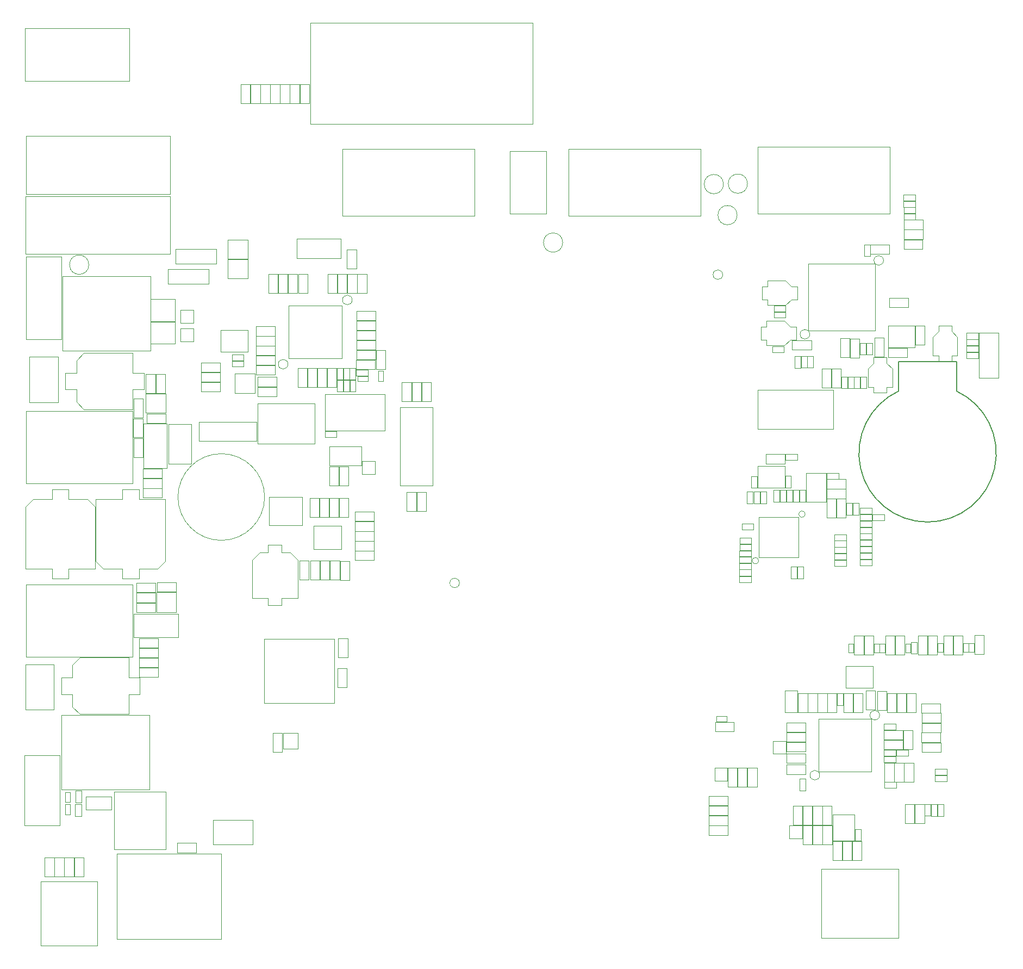
<source format=gbr>
G04 #@! TF.GenerationSoftware,KiCad,Pcbnew,8.0.0-rc1*
G04 #@! TF.CreationDate,2024-11-18T12:36:54+03:00*
G04 #@! TF.ProjectId,Movita_3566_XV_Router_V3.2,4d6f7669-7461-45f3-9335-36365f58565f,REV1*
G04 #@! TF.SameCoordinates,Original*
G04 #@! TF.FileFunction,Other,User*
%FSLAX46Y46*%
G04 Gerber Fmt 4.6, Leading zero omitted, Abs format (unit mm)*
G04 Created by KiCad (PCBNEW 8.0.0-rc1) date 2024-11-18 12:36:54*
%MOMM*%
%LPD*%
G01*
G04 APERTURE LIST*
%ADD10C,0.050000*%
%ADD11C,0.100000*%
%ADD12C,0.150000*%
G04 APERTURE END LIST*
D10*
X179690000Y-104340000D02*
X181550000Y-104340000D01*
X179690000Y-105280000D02*
X179690000Y-104340000D01*
X181550000Y-104340000D02*
X181550000Y-105280000D01*
X181550000Y-105280000D02*
X179690000Y-105280000D01*
X198230000Y-73060000D02*
X198230000Y-80060000D01*
X198230000Y-80060000D02*
X201230000Y-80060000D01*
X201230000Y-73060000D02*
X198230000Y-73060000D01*
X201230000Y-80060000D02*
X201230000Y-73060000D01*
X101230000Y-75785000D02*
X104190000Y-75785000D01*
X101230000Y-77245000D02*
X101230000Y-75785000D01*
X104190000Y-75785000D02*
X104190000Y-77245000D01*
X104190000Y-77245000D02*
X101230000Y-77245000D01*
X81870000Y-77440000D02*
X83690000Y-77440000D01*
X81870000Y-78360000D02*
X81870000Y-77440000D01*
X83690000Y-77440000D02*
X83690000Y-78360000D01*
X83690000Y-78360000D02*
X81870000Y-78360000D01*
X170260000Y-142490000D02*
X171200000Y-142490000D01*
X170260000Y-144350000D02*
X170260000Y-142490000D01*
X171200000Y-142490000D02*
X171200000Y-144350000D01*
X171200000Y-144350000D02*
X170260000Y-144350000D01*
X170260000Y-97540000D02*
X171200000Y-97540000D01*
X170260000Y-99400000D02*
X170260000Y-97540000D01*
X171200000Y-97540000D02*
X171200000Y-99400000D01*
X171200000Y-99400000D02*
X170260000Y-99400000D01*
X81870000Y-76450000D02*
X83690000Y-76450000D01*
X81870000Y-77370000D02*
X81870000Y-76450000D01*
X83690000Y-76450000D02*
X83690000Y-77370000D01*
X83690000Y-77370000D02*
X81870000Y-77370000D01*
X89080000Y-63945000D02*
X90540000Y-63945000D01*
X89080000Y-66905000D02*
X89080000Y-63945000D01*
X90540000Y-63945000D02*
X90540000Y-66905000D01*
X90540000Y-66905000D02*
X89080000Y-66905000D01*
X180915000Y-78690000D02*
X180915000Y-81520000D01*
X181815000Y-76870000D02*
X181815000Y-77790000D01*
X181815000Y-77790000D02*
X180915000Y-78690000D01*
X181815000Y-81520000D02*
X180915000Y-81520000D01*
X181815000Y-82370000D02*
X181815000Y-81520000D01*
X183815000Y-76870000D02*
X181815000Y-76870000D01*
X183815000Y-77790000D02*
X183815000Y-76870000D01*
X183815000Y-77790000D02*
X184715000Y-78690000D01*
X183815000Y-81520000D02*
X183815000Y-82370000D01*
X183815000Y-82370000D02*
X181815000Y-82370000D01*
X184715000Y-78690000D02*
X184715000Y-81520000D01*
X184715000Y-81520000D02*
X183815000Y-81520000D01*
X99020000Y-44460000D02*
X119610000Y-44460000D01*
X119610000Y-54860000D01*
X99020000Y-54860000D01*
X99020000Y-44460000D01*
X175680000Y-105450000D02*
X177540000Y-105450000D01*
X175680000Y-106390000D02*
X175680000Y-105450000D01*
X177540000Y-105450000D02*
X177540000Y-106390000D01*
X177540000Y-106390000D02*
X175680000Y-106390000D01*
X159090000Y-140830000D02*
X160550000Y-140830000D01*
X159090000Y-143790000D02*
X159090000Y-140830000D01*
X160550000Y-140830000D02*
X160550000Y-143790000D01*
X160550000Y-143790000D02*
X159090000Y-143790000D01*
X183415000Y-138005000D02*
X185275000Y-138005000D01*
X183415000Y-138945000D02*
X183415000Y-138005000D01*
X185275000Y-138005000D02*
X185275000Y-138945000D01*
X185275000Y-138945000D02*
X183415000Y-138945000D01*
X73850000Y-72390000D02*
X73850000Y-74390000D01*
X73850000Y-72390000D02*
X75850000Y-72390000D01*
X75850000Y-74390000D02*
X73850000Y-74390000D01*
X75850000Y-74390000D02*
X75850000Y-72390000D01*
X90615000Y-63945000D02*
X92075000Y-63945000D01*
X90615000Y-66905000D02*
X90615000Y-63945000D01*
X92075000Y-63945000D02*
X92075000Y-66905000D01*
X92075000Y-66905000D02*
X90615000Y-66905000D01*
X97000000Y-93862500D02*
X98460000Y-93862500D01*
X97000000Y-96822500D02*
X97000000Y-93862500D01*
X98460000Y-93862500D02*
X98460000Y-96822500D01*
X98460000Y-96822500D02*
X97000000Y-96822500D01*
D11*
X125130000Y-44830000D02*
X130830000Y-44830000D01*
X125130000Y-54530000D02*
X125130000Y-44830000D01*
X130830000Y-44830000D02*
X130830000Y-54530000D01*
X130830000Y-54530000D02*
X125130000Y-54530000D01*
D10*
X179690000Y-107360000D02*
X181550000Y-107360000D01*
X179690000Y-108300000D02*
X179690000Y-107360000D01*
X181550000Y-107360000D02*
X181550000Y-108300000D01*
X181550000Y-108300000D02*
X179690000Y-108300000D01*
X70180000Y-111890000D02*
X73140000Y-111890000D01*
X70180000Y-113350000D02*
X70180000Y-111890000D01*
X73140000Y-111890000D02*
X73140000Y-113350000D01*
X73140000Y-113350000D02*
X70180000Y-113350000D01*
X67425000Y-123690000D02*
X70385000Y-123690000D01*
X67425000Y-125150000D02*
X67425000Y-123690000D01*
X70385000Y-123690000D02*
X70385000Y-125150000D01*
X70385000Y-125150000D02*
X67425000Y-125150000D01*
X98290000Y-125280000D02*
X99750000Y-125280000D01*
X98290000Y-128240000D02*
X98290000Y-125280000D01*
X99750000Y-125280000D02*
X99750000Y-128240000D01*
X99750000Y-128240000D02*
X98290000Y-128240000D01*
D11*
X66567500Y-116800000D02*
X73492500Y-116800000D01*
X66567500Y-120450000D02*
X66567500Y-116800000D01*
X73492500Y-116800000D02*
X73492500Y-120450000D01*
X73492500Y-120450000D02*
X66567500Y-120450000D01*
D10*
X168910000Y-109490000D02*
X169830000Y-109490000D01*
X168910000Y-111310000D02*
X168910000Y-109490000D01*
X169830000Y-109490000D02*
X169830000Y-111310000D01*
X169830000Y-111310000D02*
X168910000Y-111310000D01*
X173190000Y-133165000D02*
X173190000Y-141405000D01*
X173190000Y-141405000D02*
X181430000Y-141405000D01*
X181430000Y-133165000D02*
X173190000Y-133165000D01*
X181430000Y-141405000D02*
X181430000Y-133165000D01*
X67425000Y-125220000D02*
X70385000Y-125220000D01*
X67425000Y-126680000D02*
X67425000Y-125220000D01*
X70385000Y-125220000D02*
X70385000Y-126680000D01*
X70385000Y-126680000D02*
X67425000Y-126680000D01*
X169120000Y-74220000D02*
X172120000Y-74220000D01*
X169120000Y-75720000D02*
X169120000Y-74220000D01*
X172120000Y-74220000D02*
X172120000Y-75720000D01*
X172120000Y-75720000D02*
X169120000Y-75720000D01*
X57440000Y-146440000D02*
X58380000Y-146440000D01*
X57440000Y-148300000D02*
X57440000Y-146440000D01*
X58380000Y-146440000D02*
X58380000Y-148300000D01*
X58380000Y-148300000D02*
X57440000Y-148300000D01*
X160910000Y-105970000D02*
X162770000Y-105970000D01*
X160910000Y-106910000D02*
X160910000Y-105970000D01*
X162770000Y-105970000D02*
X162770000Y-106910000D01*
X162770000Y-106910000D02*
X160910000Y-106910000D01*
X87840000Y-34370000D02*
X89300000Y-34370000D01*
X87840000Y-37330000D02*
X87840000Y-34370000D01*
X89300000Y-34370000D02*
X89300000Y-37330000D01*
X89300000Y-37330000D02*
X87840000Y-37330000D01*
X90880000Y-34380000D02*
X92340000Y-34380000D01*
X90880000Y-37340000D02*
X90880000Y-34380000D01*
X92340000Y-34380000D02*
X92340000Y-37340000D01*
X92340000Y-37340000D02*
X90880000Y-37340000D01*
X85630000Y-76640000D02*
X88590000Y-76640000D01*
X85630000Y-78100000D02*
X85630000Y-76640000D01*
X88590000Y-76640000D02*
X88590000Y-78100000D01*
X88590000Y-78100000D02*
X85630000Y-78100000D01*
X191040000Y-73755000D02*
X191040000Y-76585000D01*
X191940000Y-71935000D02*
X191940000Y-72855000D01*
X191940000Y-72855000D02*
X191040000Y-73755000D01*
X191940000Y-76585000D02*
X191040000Y-76585000D01*
X191940000Y-77435000D02*
X191940000Y-76585000D01*
X193940000Y-71935000D02*
X191940000Y-71935000D01*
X193940000Y-72855000D02*
X193940000Y-71935000D01*
X193940000Y-72855000D02*
X194840000Y-73755000D01*
X193940000Y-76585000D02*
X193940000Y-77435000D01*
X193940000Y-77435000D02*
X191940000Y-77435000D01*
X194840000Y-73755000D02*
X194840000Y-76585000D01*
X194840000Y-76585000D02*
X193940000Y-76585000D01*
X156135000Y-146735000D02*
X159095000Y-146735000D01*
X156135000Y-148195000D02*
X156135000Y-146735000D01*
X159095000Y-146735000D02*
X159095000Y-148195000D01*
X159095000Y-148195000D02*
X156135000Y-148195000D01*
X189780000Y-146450000D02*
X190700000Y-146450000D01*
X189780000Y-148270000D02*
X189780000Y-146450000D01*
X190700000Y-146450000D02*
X190700000Y-148270000D01*
X190700000Y-148270000D02*
X189780000Y-148270000D01*
X163760000Y-93800000D02*
X163760000Y-97200000D01*
X163760000Y-97200000D02*
X167960000Y-97200000D01*
X167960000Y-93800000D02*
X163760000Y-93800000D01*
X167960000Y-97200000D02*
X167960000Y-93800000D01*
X169260000Y-97550000D02*
X170200000Y-97550000D01*
X169260000Y-99410000D02*
X169260000Y-97550000D01*
X170200000Y-97550000D02*
X170200000Y-99410000D01*
X170200000Y-99410000D02*
X169260000Y-99410000D01*
X49540000Y-138860000D02*
X49540000Y-149760000D01*
X49540000Y-149760000D02*
X55040000Y-149760000D01*
X55040000Y-138860000D02*
X49540000Y-138860000D01*
X55040000Y-149760000D02*
X55040000Y-138860000D01*
X188320000Y-71975000D02*
X189780000Y-71975000D01*
X188320000Y-74935000D02*
X188320000Y-71975000D01*
X189780000Y-71975000D02*
X189780000Y-74935000D01*
X189780000Y-74935000D02*
X188320000Y-74935000D01*
X101230000Y-69685000D02*
X104190000Y-69685000D01*
X101230000Y-71145000D02*
X101230000Y-69685000D01*
X104190000Y-69685000D02*
X104190000Y-71145000D01*
X104190000Y-71145000D02*
X101230000Y-71145000D01*
X196260000Y-76140000D02*
X198120000Y-76140000D01*
X196260000Y-77080000D02*
X196260000Y-76140000D01*
X198120000Y-76140000D02*
X198120000Y-77080000D01*
X198120000Y-77080000D02*
X196260000Y-77080000D01*
X111400000Y-80755000D02*
X112860000Y-80755000D01*
X111400000Y-83715000D02*
X111400000Y-80755000D01*
X112860000Y-80755000D02*
X112860000Y-83715000D01*
X112860000Y-83715000D02*
X111400000Y-83715000D01*
X68025000Y-94255000D02*
X70985000Y-94255000D01*
X68025000Y-95715000D02*
X68025000Y-94255000D01*
X70985000Y-94255000D02*
X70985000Y-95715000D01*
X70985000Y-95715000D02*
X68025000Y-95715000D01*
X162080000Y-97800000D02*
X163000000Y-97800000D01*
X162080000Y-99620000D02*
X162080000Y-97800000D01*
X163000000Y-97800000D02*
X163000000Y-99620000D01*
X163000000Y-99620000D02*
X162080000Y-99620000D01*
X170790000Y-146747500D02*
X172250000Y-146747500D01*
X170790000Y-149707500D02*
X170790000Y-146747500D01*
X172250000Y-146747500D02*
X172250000Y-149707500D01*
X172250000Y-149707500D02*
X170790000Y-149707500D01*
X160900000Y-106980000D02*
X162720000Y-106980000D01*
X160900000Y-107900000D02*
X160900000Y-106980000D01*
X162720000Y-106980000D02*
X162720000Y-107900000D01*
X162720000Y-107900000D02*
X160900000Y-107900000D01*
X178657500Y-129225000D02*
X180117500Y-129225000D01*
X178657500Y-132185000D02*
X178657500Y-129225000D01*
X180117500Y-129225000D02*
X180117500Y-132185000D01*
X180117500Y-132185000D02*
X178657500Y-132185000D01*
X81200000Y-61640000D02*
X84350000Y-61640000D01*
X81200000Y-64640000D02*
X81200000Y-61640000D01*
X81200000Y-64640000D02*
X84350000Y-64640000D01*
X84350000Y-64640000D02*
X84350000Y-61640000D01*
X183340000Y-61800000D02*
G75*
G02*
X181840000Y-61800000I-750000J0D01*
G01*
X181840000Y-61800000D02*
G75*
G02*
X183340000Y-61800000I750000J0D01*
G01*
X175690000Y-107465000D02*
X177550000Y-107465000D01*
X175690000Y-108405000D02*
X175690000Y-107465000D01*
X177550000Y-107465000D02*
X177550000Y-108405000D01*
X177550000Y-108405000D02*
X175690000Y-108405000D01*
X70130000Y-113420000D02*
X70130000Y-116570000D01*
X70130000Y-113420000D02*
X73130000Y-113420000D01*
X70130000Y-116570000D02*
X73130000Y-116570000D01*
X73130000Y-113420000D02*
X73130000Y-116570000D01*
X185183489Y-120260000D02*
X186643489Y-120260000D01*
X185183489Y-123220000D02*
X185183489Y-120260000D01*
X186643489Y-120260000D02*
X186643489Y-123220000D01*
X186643489Y-123220000D02*
X185183489Y-123220000D01*
X180308489Y-120270000D02*
X181768489Y-120270000D01*
X180308489Y-123230000D02*
X180308489Y-120270000D01*
X181768489Y-120270000D02*
X181768489Y-123230000D01*
X181768489Y-123230000D02*
X180308489Y-123230000D01*
X101230000Y-71180000D02*
X104190000Y-71180000D01*
X101230000Y-72640000D02*
X101230000Y-71180000D01*
X104190000Y-71180000D02*
X104190000Y-72640000D01*
X104190000Y-72640000D02*
X101230000Y-72640000D01*
X179690000Y-102340000D02*
X181550000Y-102340000D01*
X179690000Y-103280000D02*
X179690000Y-102340000D01*
X181550000Y-102340000D02*
X181550000Y-103280000D01*
X181550000Y-103280000D02*
X179690000Y-103280000D01*
X101017500Y-102478750D02*
X103977500Y-102478750D01*
X101017500Y-103938750D02*
X101017500Y-102478750D01*
X103977500Y-102478750D02*
X103977500Y-103938750D01*
X103977500Y-103938750D02*
X101017500Y-103938750D01*
X173840000Y-146752500D02*
X175300000Y-146752500D01*
X173840000Y-149712500D02*
X173840000Y-146752500D01*
X175300000Y-146752500D02*
X175300000Y-149712500D01*
X175300000Y-149712500D02*
X173840000Y-149712500D01*
X178560000Y-99600000D02*
X179480000Y-99600000D01*
X178560000Y-101420000D02*
X178560000Y-99600000D01*
X179480000Y-99600000D02*
X179480000Y-101420000D01*
X179480000Y-101420000D02*
X178560000Y-101420000D01*
X170790000Y-149772500D02*
X172250000Y-149772500D01*
X170790000Y-152732500D02*
X170790000Y-149772500D01*
X172250000Y-149772500D02*
X172250000Y-152732500D01*
X172250000Y-152732500D02*
X170790000Y-152732500D01*
X179690000Y-100330000D02*
X181550000Y-100330000D01*
X179690000Y-101270000D02*
X179690000Y-100330000D01*
X181550000Y-100330000D02*
X181550000Y-101270000D01*
X181550000Y-101270000D02*
X179690000Y-101270000D01*
X66945000Y-115120000D02*
X69905000Y-115120000D01*
X66945000Y-116580000D02*
X66945000Y-115120000D01*
X69905000Y-115120000D02*
X69905000Y-116580000D01*
X69905000Y-116580000D02*
X66945000Y-116580000D01*
X166280000Y-69820000D02*
X168100000Y-69820000D01*
X166280000Y-70740000D02*
X166280000Y-69820000D01*
X168100000Y-69820000D02*
X168100000Y-70740000D01*
X168100000Y-70740000D02*
X166280000Y-70740000D01*
X101230000Y-74235000D02*
X104190000Y-74235000D01*
X101230000Y-75695000D02*
X101230000Y-74235000D01*
X104190000Y-74235000D02*
X104190000Y-75695000D01*
X104190000Y-75695000D02*
X101230000Y-75695000D01*
X109090000Y-97880000D02*
X110550000Y-97880000D01*
X109090000Y-100840000D02*
X109090000Y-97880000D01*
X110550000Y-97880000D02*
X110550000Y-100840000D01*
X110550000Y-100840000D02*
X109090000Y-100840000D01*
X176125000Y-129220000D02*
X177065000Y-129220000D01*
X176125000Y-131080000D02*
X176125000Y-129220000D01*
X177065000Y-129220000D02*
X177065000Y-131080000D01*
X177065000Y-131080000D02*
X176125000Y-131080000D01*
X173085000Y-129215000D02*
X174545000Y-129215000D01*
X173085000Y-132175000D02*
X173085000Y-129215000D01*
X174545000Y-129215000D02*
X174545000Y-132175000D01*
X174545000Y-132175000D02*
X173085000Y-132175000D01*
X95160000Y-78555000D02*
X96620000Y-78555000D01*
X95160000Y-81515000D02*
X95160000Y-78555000D01*
X96620000Y-78555000D02*
X96620000Y-81515000D01*
X96620000Y-81515000D02*
X95160000Y-81515000D01*
X179680000Y-108370000D02*
X181540000Y-108370000D01*
X179680000Y-109310000D02*
X179680000Y-108370000D01*
X181540000Y-108370000D02*
X181540000Y-109310000D01*
X181540000Y-109310000D02*
X179680000Y-109310000D01*
X189305000Y-136890000D02*
X192265000Y-136890000D01*
X189305000Y-138350000D02*
X189305000Y-136890000D01*
X192265000Y-136890000D02*
X192265000Y-138350000D01*
X192265000Y-138350000D02*
X189305000Y-138350000D01*
X163885000Y-101805000D02*
X170135000Y-101805000D01*
X163885000Y-108055000D02*
X163885000Y-101805000D01*
X170135000Y-101805000D02*
X170135000Y-108055000D01*
X170135000Y-108055000D02*
X163885000Y-108055000D01*
X156130000Y-148275000D02*
X159090000Y-148275000D01*
X156130000Y-149735000D02*
X156130000Y-148275000D01*
X159090000Y-148275000D02*
X159090000Y-149735000D01*
X159090000Y-149735000D02*
X156130000Y-149735000D01*
X186460000Y-51550000D02*
X188280000Y-51550000D01*
X186460000Y-52470000D02*
X186460000Y-51550000D01*
X188280000Y-51550000D02*
X188280000Y-52470000D01*
X188280000Y-52470000D02*
X186460000Y-52470000D01*
X128705000Y-40570000D02*
X94055000Y-40570000D01*
X94055000Y-24820000D01*
X128705000Y-24820000D01*
X128705000Y-40570000D01*
X99845000Y-63935000D02*
X101305000Y-63935000D01*
X99845000Y-66895000D02*
X99845000Y-63935000D01*
X101305000Y-63935000D02*
X101305000Y-66895000D01*
X101305000Y-66895000D02*
X99845000Y-66895000D01*
X180660000Y-74660000D02*
X181580000Y-74660000D01*
X180660000Y-76480000D02*
X180660000Y-74660000D01*
X181580000Y-74660000D02*
X181580000Y-76480000D01*
X181580000Y-76480000D02*
X180660000Y-76480000D01*
X158410000Y-49920000D02*
G75*
G02*
X155410000Y-49920000I-1500000J0D01*
G01*
X155410000Y-49920000D02*
G75*
G02*
X158410000Y-49920000I1500000J0D01*
G01*
X166280000Y-68840000D02*
X168100000Y-68840000D01*
X166280000Y-69760000D02*
X166280000Y-68840000D01*
X168100000Y-68840000D02*
X168100000Y-69760000D01*
X168100000Y-69760000D02*
X166280000Y-69760000D01*
X77030000Y-79260000D02*
X79990000Y-79260000D01*
X77030000Y-80720000D02*
X77030000Y-79260000D01*
X79990000Y-79260000D02*
X79990000Y-80720000D01*
X79990000Y-80720000D02*
X77030000Y-80720000D01*
X69170000Y-71340000D02*
X69170000Y-74740000D01*
X69170000Y-74740000D02*
X73010000Y-74740000D01*
X73010000Y-71340000D02*
X69170000Y-71340000D01*
X73010000Y-74740000D02*
X73010000Y-71340000D01*
X84790000Y-34390000D02*
X86250000Y-34390000D01*
X84790000Y-37350000D02*
X84790000Y-34390000D01*
X86250000Y-34390000D02*
X86250000Y-37350000D01*
X86250000Y-37350000D02*
X84790000Y-37350000D01*
X69990000Y-79490000D02*
X71450000Y-79490000D01*
X69990000Y-82450000D02*
X69990000Y-79490000D01*
X71450000Y-79490000D02*
X71450000Y-82450000D01*
X71450000Y-82450000D02*
X69990000Y-82450000D01*
X160870000Y-108960000D02*
X162690000Y-108960000D01*
X160870000Y-109880000D02*
X160870000Y-108960000D01*
X162690000Y-108960000D02*
X162690000Y-109880000D01*
X162690000Y-109880000D02*
X160870000Y-109880000D01*
X179670000Y-74670000D02*
X180590000Y-74670000D01*
X179670000Y-76490000D02*
X179670000Y-74670000D01*
X180590000Y-74670000D02*
X180590000Y-76490000D01*
X180590000Y-76490000D02*
X179670000Y-76490000D01*
X105420000Y-78992500D02*
X104620000Y-78992500D01*
X104620000Y-80592500D01*
X105420000Y-80592500D01*
X105420000Y-78992500D01*
X173690000Y-156590000D02*
X185690000Y-156590000D01*
X185690000Y-167270000D01*
X173690000Y-167270000D01*
X173690000Y-156590000D01*
X177780000Y-79920000D02*
X178700000Y-79920000D01*
X177780000Y-81740000D02*
X177780000Y-79920000D01*
X178700000Y-79920000D02*
X178700000Y-81740000D01*
X178700000Y-81740000D02*
X177780000Y-81740000D01*
X66510000Y-89490000D02*
X67970000Y-89490000D01*
X66510000Y-92450000D02*
X66510000Y-89490000D01*
X67970000Y-89490000D02*
X67970000Y-92450000D01*
X67970000Y-92450000D02*
X66510000Y-92450000D01*
X98235000Y-80430000D02*
X99155000Y-80430000D01*
X98235000Y-82250000D02*
X98235000Y-80430000D01*
X99155000Y-80430000D02*
X99155000Y-82250000D01*
X99155000Y-82250000D02*
X98235000Y-82250000D01*
D11*
X167952500Y-128750000D02*
X169952500Y-128750000D01*
X167952500Y-132150000D02*
X167952500Y-128750000D01*
X169952500Y-128750000D02*
X169952500Y-132150000D01*
X169952500Y-132150000D02*
X167952500Y-132150000D01*
D10*
X66500000Y-86405000D02*
X67960000Y-86405000D01*
X66500000Y-89365000D02*
X66500000Y-86405000D01*
X67960000Y-86405000D02*
X67960000Y-89365000D01*
X67960000Y-89365000D02*
X66500000Y-89365000D01*
X101030000Y-104008750D02*
X103990000Y-104008750D01*
X101030000Y-105468750D02*
X101030000Y-104008750D01*
X103990000Y-104008750D02*
X103990000Y-105468750D01*
X103990000Y-105468750D02*
X101030000Y-105468750D01*
X177137500Y-129230000D02*
X178597500Y-129230000D01*
X177137500Y-132190000D02*
X177137500Y-129230000D01*
X178597500Y-129230000D02*
X178597500Y-132190000D01*
X178597500Y-132190000D02*
X177137500Y-132190000D01*
X175410000Y-152260000D02*
X176870000Y-152260000D01*
X175410000Y-155220000D02*
X175410000Y-152260000D01*
X176870000Y-152260000D02*
X176870000Y-155220000D01*
X176870000Y-155220000D02*
X175410000Y-155220000D01*
X56680000Y-144572500D02*
X55880000Y-144572500D01*
X55880000Y-146172500D01*
X56680000Y-146172500D01*
X56680000Y-144572500D01*
X109860000Y-80755000D02*
X111320000Y-80755000D01*
X109860000Y-83715000D02*
X109860000Y-80755000D01*
X111320000Y-80755000D02*
X111320000Y-83715000D01*
X111320000Y-83715000D02*
X109860000Y-83715000D01*
X186733489Y-121469011D02*
X187533489Y-121467033D01*
X186733489Y-122870000D02*
X186733489Y-121470000D01*
X187533489Y-121469011D02*
X187533489Y-122870000D01*
X187533489Y-122870000D02*
X186733489Y-122871978D01*
X169510000Y-76720000D02*
X170430000Y-76720000D01*
X169510000Y-78540000D02*
X169510000Y-76720000D01*
X170430000Y-76720000D02*
X170430000Y-78540000D01*
X170430000Y-78540000D02*
X169510000Y-78540000D01*
X85870000Y-81510000D02*
X88830000Y-81510000D01*
X85870000Y-82970000D02*
X85870000Y-81510000D01*
X88830000Y-81510000D02*
X88830000Y-82970000D01*
X88830000Y-82970000D02*
X85870000Y-82970000D01*
X90700000Y-68840000D02*
X90700000Y-77080000D01*
X90700000Y-77080000D02*
X98940000Y-77080000D01*
X98940000Y-68840000D02*
X90700000Y-68840000D01*
X98940000Y-77080000D02*
X98940000Y-68840000D01*
X181873489Y-121473489D02*
X182673489Y-121471511D01*
X181873489Y-122873489D02*
X181873489Y-121473489D01*
X182673489Y-121472500D02*
X182673489Y-122873489D01*
X182673489Y-122873489D02*
X181873489Y-122875467D01*
X160540000Y-54750000D02*
G75*
G02*
X157540000Y-54750000I-1500000J0D01*
G01*
X157540000Y-54750000D02*
G75*
G02*
X160540000Y-54750000I1500000J0D01*
G01*
X78214290Y-65410000D02*
X71874290Y-65410000D01*
X71874290Y-63140000D01*
X78214290Y-63140000D01*
X78214290Y-65410000D01*
X196250000Y-73110000D02*
X198110000Y-73110000D01*
X196250000Y-74050000D02*
X196250000Y-73110000D01*
X198110000Y-73110000D02*
X198110000Y-74050000D01*
X198110000Y-74050000D02*
X196250000Y-74050000D01*
X85630000Y-78170000D02*
X88590000Y-78170000D01*
X85630000Y-79630000D02*
X85630000Y-78170000D01*
X88590000Y-78170000D02*
X88590000Y-79630000D01*
X88590000Y-79630000D02*
X85630000Y-79630000D01*
D11*
X78870000Y-148905000D02*
X85065000Y-148905000D01*
X78870000Y-152755000D02*
X78870000Y-148905000D01*
X85065000Y-148905000D02*
X85065000Y-152755000D01*
X85065000Y-152755000D02*
X78870000Y-152755000D01*
D10*
X180600000Y-128820000D02*
X182060000Y-128820000D01*
X180600000Y-131780000D02*
X180600000Y-128820000D01*
X182060000Y-128820000D02*
X182060000Y-131780000D01*
X182060000Y-131780000D02*
X180600000Y-131780000D01*
X181940000Y-73800000D02*
X183400000Y-73800000D01*
X181940000Y-76760000D02*
X181940000Y-73800000D01*
X183400000Y-73800000D02*
X183400000Y-76760000D01*
X183400000Y-76760000D02*
X181940000Y-76760000D01*
X101210000Y-77305000D02*
X104170000Y-77305000D01*
X101210000Y-78765000D02*
X101210000Y-77305000D01*
X104170000Y-77305000D02*
X104170000Y-78765000D01*
X104170000Y-78765000D02*
X101210000Y-78765000D01*
X189260000Y-130780000D02*
X192220000Y-130780000D01*
X189260000Y-132240000D02*
X189260000Y-130780000D01*
X192220000Y-130780000D02*
X192220000Y-132240000D01*
X192220000Y-132240000D02*
X189260000Y-132240000D01*
X89360000Y-34380000D02*
X90820000Y-34380000D01*
X89360000Y-37340000D02*
X89360000Y-34380000D01*
X90820000Y-34380000D02*
X90820000Y-37340000D01*
X90820000Y-37340000D02*
X89360000Y-37340000D01*
X194200000Y-120195000D02*
X195660000Y-120195000D01*
X194200000Y-123155000D02*
X194200000Y-120195000D01*
X195660000Y-120195000D02*
X195660000Y-123155000D01*
X195660000Y-123155000D02*
X194200000Y-123155000D01*
X164140000Y-97820000D02*
X165060000Y-97820000D01*
X164140000Y-99640000D02*
X164140000Y-97820000D01*
X165060000Y-97820000D02*
X165060000Y-99640000D01*
X165060000Y-99640000D02*
X164140000Y-99640000D01*
D11*
X49750000Y-42460000D02*
X49750000Y-51460000D01*
X49750000Y-51460000D02*
X72250000Y-51460000D01*
X72250000Y-42460000D02*
X49750000Y-42460000D01*
X72250000Y-51460000D02*
X72250000Y-42460000D01*
D10*
X85630000Y-73610000D02*
X88590000Y-73610000D01*
X85630000Y-75070000D02*
X85630000Y-73610000D01*
X88590000Y-73610000D02*
X88590000Y-75070000D01*
X88590000Y-75070000D02*
X85630000Y-75070000D01*
X182040000Y-72750000D02*
X171640000Y-72750000D01*
X171640000Y-62350000D01*
X182040000Y-62350000D01*
X182040000Y-72750000D01*
X71935000Y-87320000D02*
X71935000Y-93470000D01*
X71935000Y-93470000D02*
X75535000Y-93470000D01*
X75535000Y-87320000D02*
X71935000Y-87320000D01*
X75535000Y-93470000D02*
X75535000Y-87320000D01*
X57290000Y-154782500D02*
X58750000Y-154782500D01*
X57290000Y-157742500D02*
X57290000Y-154782500D01*
X58750000Y-154782500D02*
X58750000Y-157742500D01*
X58750000Y-157742500D02*
X57290000Y-157742500D01*
X157100000Y-133680000D02*
X160060000Y-133680000D01*
X157100000Y-135140000D02*
X157100000Y-133680000D01*
X160060000Y-133680000D02*
X160060000Y-135140000D01*
X160060000Y-135140000D02*
X157100000Y-135140000D01*
X76720000Y-86930000D02*
X85720000Y-86930000D01*
X76720000Y-89930000D02*
X76720000Y-86930000D01*
X85720000Y-86930000D02*
X85720000Y-89930000D01*
X85720000Y-89930000D02*
X76720000Y-89930000D01*
X160860000Y-107960000D02*
X162720000Y-107960000D01*
X160860000Y-108900000D02*
X160860000Y-107960000D01*
X162720000Y-107960000D02*
X162720000Y-108900000D01*
X162720000Y-108900000D02*
X160860000Y-108900000D01*
X110620000Y-97880000D02*
X112080000Y-97880000D01*
X110620000Y-100840000D02*
X110620000Y-97880000D01*
X112080000Y-97880000D02*
X112080000Y-100840000D01*
X112080000Y-100840000D02*
X110620000Y-100840000D01*
X57450000Y-144360000D02*
X58390000Y-144360000D01*
X57450000Y-146220000D02*
X57450000Y-144360000D01*
X58390000Y-144360000D02*
X58390000Y-146220000D01*
X58390000Y-146220000D02*
X57450000Y-146220000D01*
X182370000Y-128870000D02*
X183830000Y-128870000D01*
X182370000Y-131830000D02*
X182370000Y-128870000D01*
X183830000Y-128870000D02*
X183830000Y-131830000D01*
X183830000Y-131830000D02*
X182370000Y-131830000D01*
X173702500Y-78670000D02*
X175162500Y-78670000D01*
X173702500Y-81630000D02*
X173702500Y-78670000D01*
X175162500Y-78670000D02*
X175162500Y-81630000D01*
X175162500Y-81630000D02*
X173702500Y-81630000D01*
X92090000Y-78545000D02*
X93550000Y-78545000D01*
X92090000Y-81505000D02*
X92090000Y-78545000D01*
X93550000Y-78545000D02*
X93550000Y-81505000D01*
X93550000Y-81505000D02*
X92090000Y-81505000D01*
X97150000Y-108568750D02*
X98610000Y-108568750D01*
X97150000Y-111528750D02*
X97150000Y-108568750D01*
X98610000Y-108568750D02*
X98610000Y-111528750D01*
X98610000Y-111528750D02*
X97150000Y-111528750D01*
X179690000Y-105350000D02*
X181550000Y-105350000D01*
X179690000Y-106290000D02*
X179690000Y-105350000D01*
X181550000Y-105350000D02*
X181550000Y-106290000D01*
X181550000Y-106290000D02*
X179690000Y-106290000D01*
X160620000Y-140830000D02*
X162080000Y-140830000D01*
X160620000Y-143790000D02*
X160620000Y-140830000D01*
X162080000Y-140830000D02*
X162080000Y-143790000D01*
X162080000Y-143790000D02*
X160620000Y-143790000D01*
X89790000Y-135425000D02*
X92090000Y-135425000D01*
X89790000Y-137825000D02*
X89790000Y-135425000D01*
X92090000Y-135425000D02*
X92090000Y-137825000D01*
X92090000Y-137825000D02*
X89790000Y-137825000D01*
X162760000Y-95390000D02*
X163680000Y-95390000D01*
X162760000Y-97210000D02*
X162760000Y-95390000D01*
X163680000Y-95390000D02*
X163680000Y-97210000D01*
X163680000Y-97210000D02*
X162760000Y-97210000D01*
X60660000Y-99000000D02*
X64760000Y-99000000D01*
X60660000Y-108650000D02*
X60660000Y-99000000D01*
X61810000Y-109800000D02*
X60660000Y-108650000D01*
X61810000Y-109800000D02*
X64760000Y-109800000D01*
X64760000Y-97450000D02*
X67360000Y-97450000D01*
X64760000Y-99000000D02*
X64760000Y-97450000D01*
X64760000Y-109800000D02*
X64760000Y-111350000D01*
X64760000Y-111350000D02*
X67360000Y-111350000D01*
X67360000Y-97450000D02*
X67360000Y-99000000D01*
X67360000Y-99000000D02*
X71460000Y-99000000D01*
X67360000Y-109800000D02*
X70310000Y-109800000D01*
X67360000Y-111350000D02*
X67360000Y-109800000D01*
X70310000Y-109800000D02*
X71460000Y-108650000D01*
X71460000Y-108650000D02*
X71460000Y-99000000D01*
X172330000Y-149767500D02*
X173790000Y-149767500D01*
X172330000Y-152727500D02*
X172330000Y-149767500D01*
X173790000Y-149767500D02*
X173790000Y-152727500D01*
X173790000Y-152727500D02*
X172330000Y-152727500D01*
X180310000Y-59330000D02*
X181230000Y-59330000D01*
X180310000Y-61150000D02*
X180310000Y-59330000D01*
X181230000Y-59330000D02*
X181230000Y-61150000D01*
X181230000Y-61150000D02*
X180310000Y-61150000D01*
X98515000Y-98800000D02*
X99975000Y-98800000D01*
X98515000Y-101760000D02*
X98515000Y-98800000D01*
X99975000Y-98800000D02*
X99975000Y-101760000D01*
X99975000Y-101760000D02*
X98515000Y-101760000D01*
X108320000Y-80755000D02*
X109780000Y-80755000D01*
X108320000Y-83715000D02*
X108320000Y-80755000D01*
X109780000Y-80755000D02*
X109780000Y-83715000D01*
X109780000Y-83715000D02*
X108320000Y-83715000D01*
X52060000Y-158510000D02*
X52060000Y-168510000D01*
X52060000Y-158510000D02*
X60860000Y-158510000D01*
X60860000Y-168510000D02*
X52060000Y-168510000D01*
X60860000Y-168510000D02*
X60860000Y-158510000D01*
X86830000Y-120730000D02*
X97830000Y-120730000D01*
X86830000Y-130730000D02*
X86830000Y-120730000D01*
X97830000Y-120730000D02*
X97830000Y-130730000D01*
X97830000Y-130730000D02*
X86830000Y-130730000D01*
X55920000Y-79300000D02*
X55920000Y-81900000D01*
X55920000Y-81900000D02*
X57620000Y-81900000D01*
X57620000Y-77350000D02*
X57620000Y-79300000D01*
X57620000Y-77350000D02*
X58770000Y-76200000D01*
X57620000Y-79300000D02*
X55920000Y-79300000D01*
X57620000Y-81900000D02*
X57620000Y-83850000D01*
X57620000Y-83850000D02*
X58770000Y-85000000D01*
X58770000Y-76200000D02*
X66420000Y-76200000D01*
X58770000Y-85000000D02*
X66420000Y-85000000D01*
X66420000Y-76200000D02*
X66420000Y-79300000D01*
X66420000Y-79300000D02*
X68120000Y-79300000D01*
X66420000Y-81900000D02*
X66420000Y-85000000D01*
X68120000Y-79300000D02*
X68120000Y-81900000D01*
X68120000Y-81900000D02*
X66420000Y-81900000D01*
X177550000Y-99600000D02*
X178470000Y-99600000D01*
X177550000Y-101420000D02*
X177550000Y-99600000D01*
X178470000Y-99600000D02*
X178470000Y-101420000D01*
X178470000Y-101420000D02*
X177550000Y-101420000D01*
X173390000Y-141955000D02*
G75*
G02*
X171890000Y-141955000I-750000J0D01*
G01*
X171890000Y-141955000D02*
G75*
G02*
X173390000Y-141955000I750000J0D01*
G01*
X189290000Y-133820000D02*
X192250000Y-133820000D01*
X189290000Y-135280000D02*
X189290000Y-133820000D01*
X192250000Y-133820000D02*
X192250000Y-135280000D01*
X192250000Y-135280000D02*
X189290000Y-135280000D01*
X94062500Y-108573750D02*
X95522500Y-108573750D01*
X94062500Y-111533750D02*
X94062500Y-108573750D01*
X95522500Y-108573750D02*
X95522500Y-111533750D01*
X95522500Y-111533750D02*
X94062500Y-111533750D01*
X174600000Y-129215000D02*
X176060000Y-129215000D01*
X174600000Y-132175000D02*
X174600000Y-129215000D01*
X176060000Y-129215000D02*
X176060000Y-132175000D01*
X176060000Y-132175000D02*
X174600000Y-132175000D01*
X183500000Y-140010000D02*
X184960000Y-140010000D01*
X183500000Y-142970000D02*
X183500000Y-140010000D01*
X184960000Y-140010000D02*
X184960000Y-142970000D01*
X184960000Y-142970000D02*
X183500000Y-142970000D01*
X188713489Y-120265000D02*
X190173489Y-120265000D01*
X188713489Y-123225000D02*
X188713489Y-120265000D01*
X190173489Y-120265000D02*
X190173489Y-123225000D01*
X190173489Y-123225000D02*
X188713489Y-123225000D01*
X101020000Y-100923750D02*
X103980000Y-100923750D01*
X101020000Y-102383750D02*
X101020000Y-100923750D01*
X103980000Y-100923750D02*
X103980000Y-102383750D01*
X103980000Y-102383750D02*
X101020000Y-102383750D01*
X175242500Y-78665000D02*
X176702500Y-78665000D01*
X175242500Y-81625000D02*
X175242500Y-78665000D01*
X176702500Y-78665000D02*
X176702500Y-81625000D01*
X176702500Y-81625000D02*
X175242500Y-81625000D01*
X178760000Y-79910000D02*
X179680000Y-79910000D01*
X178760000Y-81730000D02*
X178760000Y-79910000D01*
X179680000Y-79910000D02*
X179680000Y-81730000D01*
X179680000Y-81730000D02*
X178760000Y-81730000D01*
X157342500Y-132790000D02*
X158942500Y-132790000D01*
X158942500Y-133590000D01*
X157342500Y-133590000D01*
X157342500Y-132790000D01*
X55320000Y-126750000D02*
X55320000Y-129350000D01*
X55320000Y-129350000D02*
X57020000Y-129350000D01*
X57020000Y-124800000D02*
X57020000Y-126750000D01*
X57020000Y-124800000D02*
X58170000Y-123650000D01*
X57020000Y-126750000D02*
X55320000Y-126750000D01*
X57020000Y-129350000D02*
X57020000Y-131300000D01*
X57020000Y-131300000D02*
X58170000Y-132450000D01*
X58170000Y-123650000D02*
X65820000Y-123650000D01*
X58170000Y-132450000D02*
X65820000Y-132450000D01*
X65820000Y-123650000D02*
X65820000Y-126750000D01*
X65820000Y-126750000D02*
X67520000Y-126750000D01*
X65820000Y-129350000D02*
X65820000Y-132450000D01*
X67520000Y-126750000D02*
X67520000Y-129350000D01*
X67520000Y-129350000D02*
X65820000Y-129350000D01*
X178450000Y-152250000D02*
X179910000Y-152250000D01*
X178450000Y-155210000D02*
X178450000Y-152250000D01*
X179910000Y-152250000D02*
X179910000Y-155210000D01*
X179910000Y-155210000D02*
X178450000Y-155210000D01*
X179760000Y-79920000D02*
X180680000Y-79920000D01*
X179760000Y-81740000D02*
X179760000Y-79920000D01*
X180680000Y-79920000D02*
X180680000Y-81740000D01*
X180680000Y-81740000D02*
X179760000Y-81740000D01*
X66950000Y-111990000D02*
X69910000Y-111990000D01*
X66950000Y-113450000D02*
X66950000Y-111990000D01*
X69910000Y-111990000D02*
X69910000Y-113450000D01*
X69910000Y-113450000D02*
X66950000Y-113450000D01*
X196250000Y-75120000D02*
X198110000Y-75120000D01*
X196250000Y-76060000D02*
X196250000Y-75120000D01*
X198110000Y-75120000D02*
X198110000Y-76060000D01*
X198110000Y-76060000D02*
X196250000Y-76060000D01*
X184210000Y-67620000D02*
X187170000Y-67620000D01*
X184210000Y-69080000D02*
X184210000Y-67620000D01*
X187170000Y-67620000D02*
X187170000Y-69080000D01*
X187170000Y-69080000D02*
X184210000Y-69080000D01*
X171490000Y-76710000D02*
X172410000Y-76710000D01*
X171490000Y-78530000D02*
X171490000Y-76710000D01*
X172410000Y-76710000D02*
X172410000Y-78530000D01*
X172410000Y-78530000D02*
X171490000Y-78530000D01*
X185425000Y-129180000D02*
X186885000Y-129180000D01*
X185425000Y-132140000D02*
X185425000Y-129180000D01*
X186885000Y-129180000D02*
X186885000Y-132140000D01*
X186885000Y-132140000D02*
X185425000Y-132140000D01*
X186480000Y-57010000D02*
X189480000Y-57010000D01*
X186480000Y-58510000D02*
X186480000Y-57010000D01*
X189480000Y-57010000D02*
X189480000Y-58510000D01*
X189480000Y-58510000D02*
X186480000Y-58510000D01*
X49710000Y-100150000D02*
X49710000Y-109800000D01*
X50860000Y-99000000D02*
X49710000Y-100150000D01*
X53810000Y-97450000D02*
X53810000Y-99000000D01*
X53810000Y-99000000D02*
X50860000Y-99000000D01*
X53810000Y-109800000D02*
X49710000Y-109800000D01*
X53810000Y-111350000D02*
X53810000Y-109800000D01*
X56410000Y-97450000D02*
X53810000Y-97450000D01*
X56410000Y-99000000D02*
X56410000Y-97450000D01*
X56410000Y-109800000D02*
X56410000Y-111350000D01*
X56410000Y-111350000D02*
X53810000Y-111350000D01*
X59360000Y-99000000D02*
X56410000Y-99000000D01*
X59360000Y-99000000D02*
X60510000Y-100150000D01*
X60510000Y-100150000D02*
X60510000Y-109800000D01*
X60510000Y-109800000D02*
X56410000Y-109800000D01*
X98230000Y-78555000D02*
X99150000Y-78555000D01*
X98230000Y-80375000D02*
X98230000Y-78555000D01*
X99150000Y-78555000D02*
X99150000Y-80375000D01*
X99150000Y-80375000D02*
X98230000Y-80375000D01*
X101430000Y-79810000D02*
X103030000Y-79810000D01*
X103030000Y-80610000D01*
X101430000Y-80610000D01*
X101430000Y-79810000D01*
X166030000Y-75160000D02*
X167850000Y-75160000D01*
X166030000Y-76080000D02*
X166030000Y-75160000D01*
X167850000Y-75160000D02*
X167850000Y-76080000D01*
X167850000Y-76080000D02*
X166030000Y-76080000D01*
X175690000Y-104450000D02*
X177550000Y-104450000D01*
X175690000Y-105390000D02*
X175690000Y-104450000D01*
X177550000Y-104450000D02*
X177550000Y-105390000D01*
X177550000Y-105390000D02*
X175690000Y-105390000D01*
X191350000Y-141990000D02*
X193170000Y-141990000D01*
X191350000Y-142910000D02*
X191350000Y-141990000D01*
X193170000Y-141990000D02*
X193170000Y-142910000D01*
X193170000Y-142910000D02*
X191350000Y-142910000D01*
X186945000Y-129185000D02*
X188405000Y-129185000D01*
X186945000Y-132145000D02*
X186945000Y-129185000D01*
X188405000Y-129185000D02*
X188405000Y-132145000D01*
X188405000Y-132145000D02*
X186945000Y-132145000D01*
X164420000Y-65880000D02*
X165270000Y-65880000D01*
X164420000Y-67880000D02*
X164420000Y-65880000D01*
X165270000Y-65880000D02*
X165270000Y-64980000D01*
X165270000Y-67880000D02*
X164420000Y-67880000D01*
X165270000Y-68780000D02*
X165270000Y-67880000D01*
X168100000Y-64980000D02*
X165270000Y-64980000D01*
X168100000Y-68780000D02*
X165270000Y-68780000D01*
X169000000Y-65880000D02*
X168100000Y-64980000D01*
X169000000Y-67880000D02*
X168100000Y-68780000D01*
X169000000Y-67880000D02*
X169920000Y-67880000D01*
X169920000Y-65880000D02*
X169000000Y-65880000D01*
X169920000Y-67880000D02*
X169920000Y-65880000D01*
X160920000Y-104980000D02*
X162740000Y-104980000D01*
X160920000Y-105900000D02*
X160920000Y-104980000D01*
X162740000Y-104980000D02*
X162740000Y-105900000D01*
X162740000Y-105900000D02*
X160920000Y-105900000D01*
X108040000Y-84685000D02*
X113140000Y-84685000D01*
X113140000Y-96885000D01*
X108040000Y-96885000D01*
X108040000Y-84685000D01*
X177500000Y-124930000D02*
X177500000Y-128330000D01*
X177500000Y-128330000D02*
X181700000Y-128330000D01*
X181700000Y-124930000D02*
X177500000Y-124930000D01*
X181700000Y-128330000D02*
X181700000Y-124930000D01*
X166230000Y-97557500D02*
X167170000Y-97557500D01*
X166230000Y-99417500D02*
X166230000Y-97557500D01*
X167170000Y-97557500D02*
X167170000Y-99417500D01*
X167170000Y-99417500D02*
X166230000Y-99417500D01*
X100205000Y-80425000D02*
X101125000Y-80425000D01*
X100205000Y-82245000D02*
X100205000Y-80425000D01*
X101125000Y-80425000D02*
X101125000Y-82245000D01*
X101125000Y-82245000D02*
X100205000Y-82245000D01*
X98702500Y-108598750D02*
X100162500Y-108598750D01*
X98702500Y-111558750D02*
X98702500Y-108598750D01*
X100162500Y-108598750D02*
X100162500Y-111558750D01*
X100162500Y-111558750D02*
X98702500Y-111558750D01*
X177843489Y-121470000D02*
X178643489Y-121468022D01*
X177843489Y-122870000D02*
X177843489Y-121470000D01*
X178643489Y-121469011D02*
X178643489Y-122870000D01*
X178643489Y-122870000D02*
X177843489Y-122871978D01*
X49770000Y-61190000D02*
X49770000Y-74090000D01*
X49770000Y-74090000D02*
X55270000Y-74090000D01*
X55270000Y-61190000D02*
X49770000Y-61190000D01*
X55270000Y-74090000D02*
X55270000Y-61190000D01*
X183422500Y-134955000D02*
X186382500Y-134955000D01*
X183422500Y-136415000D02*
X183422500Y-134955000D01*
X186382500Y-134955000D02*
X186382500Y-136415000D01*
X186382500Y-136415000D02*
X183422500Y-136415000D01*
X172320000Y-146742500D02*
X173780000Y-146742500D01*
X172320000Y-149702500D02*
X172320000Y-146742500D01*
X173780000Y-146742500D02*
X173780000Y-149702500D01*
X173780000Y-149702500D02*
X172320000Y-149702500D01*
X179690000Y-106350000D02*
X181550000Y-106350000D01*
X179690000Y-107290000D02*
X179690000Y-106350000D01*
X181550000Y-106350000D02*
X181550000Y-107290000D01*
X181550000Y-107290000D02*
X179690000Y-107290000D01*
X171565000Y-129200000D02*
X173025000Y-129200000D01*
X171565000Y-132160000D02*
X171565000Y-129200000D01*
X173025000Y-129200000D02*
X173025000Y-132160000D01*
X173025000Y-132160000D02*
X171565000Y-132160000D01*
X101030000Y-107038750D02*
X103990000Y-107038750D01*
X101030000Y-108498750D02*
X101030000Y-107038750D01*
X103990000Y-107038750D02*
X103990000Y-108498750D01*
X103990000Y-108498750D02*
X101030000Y-108498750D01*
X101230000Y-72700000D02*
X104190000Y-72700000D01*
X101230000Y-74160000D02*
X101230000Y-72700000D01*
X104190000Y-72700000D02*
X104190000Y-74160000D01*
X104190000Y-74160000D02*
X101230000Y-74160000D01*
X189255000Y-135340000D02*
X192215000Y-135340000D01*
X189255000Y-136800000D02*
X189255000Y-135340000D01*
X192215000Y-135340000D02*
X192215000Y-136800000D01*
X192215000Y-136800000D02*
X189255000Y-136800000D01*
X185347500Y-138005000D02*
X187207500Y-138005000D01*
X185347500Y-138945000D02*
X185347500Y-138005000D01*
X187207500Y-138005000D02*
X187207500Y-138945000D01*
X187207500Y-138945000D02*
X185347500Y-138945000D01*
D11*
X49710000Y-51780000D02*
X49710000Y-60780000D01*
X49710000Y-60780000D02*
X72210000Y-60780000D01*
X72210000Y-51780000D02*
X49710000Y-51780000D01*
X72210000Y-60780000D02*
X72210000Y-51780000D01*
D10*
X99770000Y-60130000D02*
X101230000Y-60130000D01*
X99770000Y-63090000D02*
X99770000Y-60130000D01*
X101230000Y-60130000D02*
X101230000Y-63090000D01*
X101230000Y-63090000D02*
X99770000Y-63090000D01*
X168247500Y-133785000D02*
X171207500Y-133785000D01*
X168247500Y-135245000D02*
X168247500Y-133785000D01*
X171207500Y-133785000D02*
X171207500Y-135245000D01*
X171207500Y-135245000D02*
X168247500Y-135245000D01*
X68020000Y-97300000D02*
X70980000Y-97300000D01*
X68020000Y-98760000D02*
X68020000Y-97300000D01*
X70980000Y-97300000D02*
X70980000Y-98760000D01*
X70980000Y-98760000D02*
X68020000Y-98760000D01*
X77040000Y-80790000D02*
X80000000Y-80790000D01*
X77040000Y-82250000D02*
X77040000Y-80790000D01*
X80000000Y-80790000D02*
X80000000Y-82250000D01*
X80000000Y-82250000D02*
X77040000Y-82250000D01*
X85000000Y-108420000D02*
X85000000Y-114370000D01*
X86150000Y-107270000D02*
X85000000Y-108420000D01*
X87500000Y-106120000D02*
X87500000Y-107270000D01*
X87500000Y-107270000D02*
X86150000Y-107270000D01*
X87500000Y-114370000D02*
X85000000Y-114370000D01*
X87500000Y-115520000D02*
X87500000Y-114370000D01*
X89600000Y-106120000D02*
X87500000Y-106120000D01*
X89600000Y-107270000D02*
X89600000Y-106120000D01*
X89600000Y-114370000D02*
X89600000Y-115520000D01*
X89600000Y-115520000D02*
X87500000Y-115520000D01*
X90950000Y-107270000D02*
X89600000Y-107270000D01*
X90950000Y-107270000D02*
X92100000Y-108420000D01*
X92100000Y-108420000D02*
X92100000Y-114370000D01*
X92100000Y-114370000D02*
X89600000Y-114370000D01*
X178870000Y-150330000D02*
X179810000Y-150330000D01*
X178870000Y-152190000D02*
X178870000Y-150330000D01*
X179810000Y-150330000D02*
X179810000Y-152190000D01*
X179810000Y-152190000D02*
X178870000Y-152190000D01*
X186690000Y-146460000D02*
X188150000Y-146460000D01*
X186690000Y-149420000D02*
X186690000Y-146460000D01*
X188150000Y-146460000D02*
X188150000Y-149420000D01*
X188150000Y-149420000D02*
X186690000Y-149420000D01*
X83240000Y-34370000D02*
X84700000Y-34370000D01*
X83240000Y-37330000D02*
X83240000Y-34370000D01*
X84700000Y-34370000D02*
X84700000Y-37330000D01*
X84700000Y-37330000D02*
X83240000Y-37330000D01*
X49767500Y-112270000D02*
X49767500Y-123570000D01*
X49767500Y-123570000D02*
X66417500Y-123570000D01*
X66417500Y-112270000D02*
X49767500Y-112270000D01*
X66417500Y-123570000D02*
X66417500Y-112270000D01*
X66945000Y-113580000D02*
X69905000Y-113580000D01*
X66945000Y-115040000D02*
X66945000Y-113580000D01*
X69905000Y-113580000D02*
X69905000Y-115040000D01*
X69905000Y-115040000D02*
X66945000Y-115040000D01*
X162170000Y-140820000D02*
X163630000Y-140820000D01*
X162170000Y-143780000D02*
X162170000Y-140820000D01*
X163630000Y-140820000D02*
X163630000Y-143780000D01*
X163630000Y-143780000D02*
X162170000Y-143780000D01*
X99205000Y-78550000D02*
X100125000Y-78550000D01*
X99205000Y-80370000D02*
X99205000Y-78550000D01*
X100125000Y-78550000D02*
X100125000Y-80370000D01*
X100125000Y-80370000D02*
X99205000Y-80370000D01*
X98305000Y-63930000D02*
X99765000Y-63930000D01*
X98305000Y-66890000D02*
X98305000Y-63930000D01*
X99765000Y-63930000D02*
X99765000Y-66890000D01*
X99765000Y-66890000D02*
X98305000Y-66890000D01*
X93970000Y-98810000D02*
X95430000Y-98810000D01*
X93970000Y-101770000D02*
X93970000Y-98810000D01*
X95430000Y-98810000D02*
X95430000Y-101770000D01*
X95430000Y-101770000D02*
X93970000Y-101770000D01*
X171260000Y-94880000D02*
X174420000Y-94880000D01*
X171260000Y-99440000D02*
X171260000Y-94880000D01*
X174420000Y-94880000D02*
X174420000Y-99440000D01*
X174420000Y-99440000D02*
X171260000Y-99440000D01*
X174535000Y-94890000D02*
X176355000Y-94890000D01*
X174535000Y-95810000D02*
X174535000Y-94890000D01*
X176355000Y-94890000D02*
X176355000Y-95810000D01*
X176355000Y-95810000D02*
X174535000Y-95810000D01*
X95610000Y-108573750D02*
X97070000Y-108573750D01*
X95610000Y-111533750D02*
X95610000Y-108573750D01*
X97070000Y-108573750D02*
X97070000Y-111533750D01*
X97070000Y-111533750D02*
X95610000Y-111533750D01*
X179690000Y-101340000D02*
X181550000Y-101340000D01*
X179690000Y-102280000D02*
X179690000Y-101340000D01*
X181550000Y-101340000D02*
X181550000Y-102280000D01*
X181550000Y-102280000D02*
X179690000Y-102280000D01*
X92420000Y-34380000D02*
X93880000Y-34380000D01*
X92420000Y-37340000D02*
X92420000Y-34380000D01*
X93880000Y-34380000D02*
X93880000Y-37340000D01*
X93880000Y-37340000D02*
X92420000Y-37340000D01*
X181310000Y-59330000D02*
X184270000Y-59330000D01*
X181310000Y-60790000D02*
X181310000Y-59330000D01*
X184270000Y-59330000D02*
X184270000Y-60790000D01*
X184270000Y-60790000D02*
X181310000Y-60790000D01*
X66525000Y-83350000D02*
X67985000Y-83350000D01*
X66525000Y-86310000D02*
X66525000Y-83350000D01*
X67985000Y-83350000D02*
X67985000Y-86310000D01*
X67985000Y-86310000D02*
X66525000Y-86310000D01*
X96340000Y-88380000D02*
X98160000Y-88380000D01*
X96340000Y-89300000D02*
X96340000Y-88380000D01*
X98160000Y-88380000D02*
X98160000Y-89300000D01*
X98160000Y-89300000D02*
X96340000Y-89300000D01*
X133370000Y-59020000D02*
G75*
G02*
X130370000Y-59020000I-1500000J0D01*
G01*
X130370000Y-59020000D02*
G75*
G02*
X133370000Y-59020000I1500000J0D01*
G01*
X178773489Y-120270000D02*
X180233489Y-120270000D01*
X178773489Y-123230000D02*
X178773489Y-120270000D01*
X180233489Y-120270000D02*
X180233489Y-123230000D01*
X180233489Y-123230000D02*
X178773489Y-123230000D01*
X160860000Y-110980000D02*
X162720000Y-110980000D01*
X160860000Y-111920000D02*
X160860000Y-110980000D01*
X162720000Y-110980000D02*
X162720000Y-111920000D01*
X162720000Y-111920000D02*
X160860000Y-111920000D01*
X186500000Y-55500000D02*
X189460000Y-55500000D01*
X186500000Y-56960000D02*
X186500000Y-55500000D01*
X189460000Y-55500000D02*
X189460000Y-56960000D01*
X189460000Y-56960000D02*
X186500000Y-56960000D01*
X173860000Y-149782500D02*
X175320000Y-149782500D01*
X173860000Y-152742500D02*
X173860000Y-149782500D01*
X175320000Y-149782500D02*
X175320000Y-152742500D01*
X175320000Y-152742500D02*
X173860000Y-152742500D01*
X174520000Y-97400000D02*
X177480000Y-97400000D01*
X174520000Y-98860000D02*
X174520000Y-97400000D01*
X177480000Y-97400000D02*
X177480000Y-98860000D01*
X177480000Y-98860000D02*
X174520000Y-98860000D01*
X183510000Y-143030000D02*
X185370000Y-143030000D01*
X183510000Y-143970000D02*
X183510000Y-143030000D01*
X185370000Y-143030000D02*
X185370000Y-143970000D01*
X185370000Y-143970000D02*
X183510000Y-143970000D01*
X63475000Y-153480000D02*
X63480000Y-144520000D01*
X63475000Y-153480000D02*
X71530000Y-153480000D01*
X71530000Y-144530000D02*
X63480000Y-144520000D01*
X71530000Y-153480000D02*
X71530000Y-144530000D01*
X182730000Y-132615000D02*
G75*
G02*
X181230000Y-132615000I-750000J0D01*
G01*
X181230000Y-132615000D02*
G75*
G02*
X182730000Y-132615000I750000J0D01*
G01*
X100185000Y-78550000D02*
X101105000Y-78550000D01*
X100185000Y-80370000D02*
X100185000Y-78550000D01*
X101105000Y-78550000D02*
X101105000Y-80370000D01*
X101105000Y-80370000D02*
X100185000Y-80370000D01*
X81185000Y-58570000D02*
X84335000Y-58570000D01*
X81185000Y-61570000D02*
X81185000Y-58570000D01*
X81185000Y-61570000D02*
X84335000Y-61570000D01*
X84335000Y-61570000D02*
X84335000Y-58570000D01*
X85630000Y-75120000D02*
X88590000Y-75120000D01*
X85630000Y-76580000D02*
X85630000Y-75120000D01*
X88590000Y-75120000D02*
X88590000Y-76580000D01*
X88590000Y-76580000D02*
X85630000Y-76580000D01*
X156135000Y-145200000D02*
X159095000Y-145200000D01*
X156135000Y-146660000D02*
X156135000Y-145200000D01*
X159095000Y-145200000D02*
X159095000Y-146660000D01*
X159095000Y-146660000D02*
X156135000Y-146660000D01*
X63070000Y-145330000D02*
X59070000Y-145330000D01*
X59070000Y-147330000D01*
X63070000Y-147330000D01*
X63070000Y-145330000D01*
X176930000Y-152250000D02*
X178390000Y-152250000D01*
X176930000Y-155210000D02*
X176930000Y-152250000D01*
X178390000Y-152250000D02*
X178390000Y-155210000D01*
X178390000Y-155210000D02*
X176930000Y-155210000D01*
X117285000Y-112020000D02*
G75*
G02*
X115785000Y-112020000I-750000J0D01*
G01*
X115785000Y-112020000D02*
G75*
G02*
X117285000Y-112020000I750000J0D01*
G01*
X59550000Y-62470000D02*
G75*
G02*
X56550000Y-62470000I-1500000J0D01*
G01*
X56550000Y-62470000D02*
G75*
G02*
X59550000Y-62470000I1500000J0D01*
G01*
X79444290Y-62310000D02*
X73104290Y-62310000D01*
X73104290Y-60040000D01*
X79444290Y-60040000D01*
X79444290Y-62310000D01*
X189285000Y-132290000D02*
X192245000Y-132290000D01*
X189285000Y-133750000D02*
X189285000Y-132290000D01*
X192245000Y-132290000D02*
X192245000Y-133750000D01*
X192245000Y-133750000D02*
X189285000Y-133750000D01*
X190770000Y-146450000D02*
X191710000Y-146450000D01*
X190770000Y-148310000D02*
X190770000Y-146450000D01*
X191710000Y-146450000D02*
X191710000Y-148310000D01*
X191710000Y-148310000D02*
X190770000Y-148310000D01*
X178140000Y-73965000D02*
X179600000Y-73965000D01*
X178140000Y-76925000D02*
X178140000Y-73965000D01*
X179600000Y-73965000D02*
X179600000Y-76925000D01*
X179600000Y-76925000D02*
X178140000Y-76925000D01*
D12*
X185700000Y-77540000D02*
X194693933Y-77541099D01*
X185700000Y-82140000D02*
X185700000Y-77540000D01*
X194693934Y-77541027D02*
X194693934Y-82137188D01*
X194693934Y-82137188D02*
G75*
G02*
X185700000Y-82140000I-4493934J-9702812D01*
G01*
D10*
X197520000Y-120185000D02*
X198980000Y-120185000D01*
X197520000Y-123145000D02*
X197520000Y-120185000D01*
X198980000Y-120185000D02*
X198980000Y-123145000D01*
X198980000Y-123145000D02*
X197520000Y-123145000D01*
X174500000Y-98920000D02*
X175960000Y-98920000D01*
X174500000Y-101880000D02*
X174500000Y-98920000D01*
X175960000Y-98920000D02*
X175960000Y-101880000D01*
X175960000Y-101880000D02*
X174500000Y-101880000D01*
X68020000Y-95785000D02*
X70980000Y-95785000D01*
X68020000Y-97245000D02*
X68020000Y-95785000D01*
X70980000Y-95785000D02*
X70980000Y-97245000D01*
X70980000Y-97245000D02*
X68020000Y-97245000D01*
X179700000Y-103340000D02*
X181560000Y-103340000D01*
X179700000Y-104280000D02*
X179700000Y-103340000D01*
X181560000Y-103340000D02*
X181560000Y-104280000D01*
X181560000Y-104280000D02*
X179700000Y-104280000D01*
X167240000Y-97547500D02*
X168180000Y-97547500D01*
X167240000Y-99407500D02*
X167240000Y-97547500D01*
X168180000Y-97547500D02*
X168180000Y-99407500D01*
X168180000Y-99407500D02*
X167240000Y-99407500D01*
X186447500Y-134965000D02*
X187907500Y-134965000D01*
X186447500Y-137925000D02*
X186447500Y-134965000D01*
X187907500Y-134965000D02*
X187907500Y-137925000D01*
X187907500Y-137925000D02*
X186447500Y-137925000D01*
X175410000Y-148090000D02*
X175410000Y-152190000D01*
X175410000Y-152190000D02*
X178810000Y-152190000D01*
X178810000Y-148090000D02*
X175410000Y-148090000D01*
X178810000Y-152190000D02*
X178810000Y-148090000D01*
X174525000Y-95880000D02*
X177485000Y-95880000D01*
X174525000Y-97340000D02*
X174525000Y-95880000D01*
X177485000Y-95880000D02*
X177485000Y-97340000D01*
X177485000Y-97340000D02*
X174525000Y-97340000D01*
X69150000Y-75895000D02*
X55430000Y-75895000D01*
X55430000Y-64265000D01*
X69150000Y-64265000D01*
X69150000Y-75895000D01*
X73340000Y-152520000D02*
X76300000Y-152520000D01*
X73340000Y-153980000D02*
X73340000Y-152520000D01*
X76300000Y-152520000D02*
X76300000Y-153980000D01*
X76300000Y-153980000D02*
X73340000Y-153980000D01*
X176800000Y-79910000D02*
X177720000Y-79910000D01*
X176800000Y-81730000D02*
X176800000Y-79910000D01*
X177720000Y-79910000D02*
X177720000Y-81730000D01*
X177720000Y-81730000D02*
X176800000Y-81730000D01*
X176020000Y-98920000D02*
X177480000Y-98920000D01*
X176020000Y-101880000D02*
X176020000Y-98920000D01*
X177480000Y-98920000D02*
X177480000Y-101880000D01*
X177480000Y-101880000D02*
X176020000Y-101880000D01*
X101020000Y-105528750D02*
X103980000Y-105528750D01*
X101020000Y-106988750D02*
X101020000Y-105528750D01*
X103980000Y-105528750D02*
X103980000Y-106988750D01*
X103980000Y-106988750D02*
X101020000Y-106988750D01*
X96775000Y-63920000D02*
X98235000Y-63920000D01*
X96775000Y-66880000D02*
X96775000Y-63920000D01*
X98235000Y-63920000D02*
X98235000Y-66880000D01*
X98235000Y-66880000D02*
X96775000Y-66880000D01*
X97025000Y-98810000D02*
X98485000Y-98810000D01*
X97025000Y-101770000D02*
X97025000Y-98810000D01*
X98485000Y-98810000D02*
X98485000Y-101770000D01*
X98485000Y-101770000D02*
X97025000Y-101770000D01*
X134260000Y-44440000D02*
X154850000Y-44440000D01*
X154850000Y-54840000D01*
X134260000Y-54840000D01*
X134260000Y-44440000D01*
X191783489Y-121408489D02*
X192583489Y-121406511D01*
X191783489Y-122808489D02*
X191783489Y-121408489D01*
X192583489Y-121407500D02*
X192583489Y-122808489D01*
X192583489Y-122808489D02*
X191783489Y-122810467D01*
X157020000Y-140840000D02*
X157020000Y-142840000D01*
X157020000Y-140840000D02*
X159020000Y-140840000D01*
X159020000Y-142840000D02*
X157020000Y-142840000D01*
X159020000Y-142840000D02*
X159020000Y-140840000D01*
X183425000Y-139000000D02*
X185285000Y-139000000D01*
X183425000Y-139940000D02*
X183425000Y-139000000D01*
X185285000Y-139000000D02*
X185285000Y-139940000D01*
X185285000Y-139940000D02*
X183425000Y-139940000D01*
X96340000Y-82605000D02*
X96340000Y-88325000D01*
X96340000Y-88325000D02*
X105640000Y-88325000D01*
X105640000Y-82605000D02*
X96340000Y-82605000D01*
X105640000Y-88325000D02*
X105640000Y-82605000D01*
X92377500Y-108573750D02*
X93837500Y-108573750D01*
X92377500Y-111533750D02*
X92377500Y-108573750D01*
X93837500Y-108573750D02*
X93837500Y-111533750D01*
X93837500Y-111533750D02*
X92377500Y-111533750D01*
X49602500Y-25627500D02*
X49602500Y-33877500D01*
X49602500Y-33877500D02*
X65842500Y-33877500D01*
X65842500Y-25627500D02*
X49602500Y-25627500D01*
X65842500Y-33877500D02*
X65842500Y-25627500D01*
X55750000Y-154782500D02*
X57210000Y-154782500D01*
X55750000Y-157742500D02*
X55750000Y-154782500D01*
X57210000Y-154782500D02*
X57210000Y-157742500D01*
X57210000Y-157742500D02*
X55750000Y-157742500D01*
X182743489Y-121472500D02*
X183543489Y-121470522D01*
X182743489Y-122873489D02*
X182743489Y-121473489D01*
X183543489Y-121472500D02*
X183543489Y-122873489D01*
X183543489Y-122873489D02*
X182743489Y-122875467D01*
X68590000Y-85650000D02*
X71550000Y-85650000D01*
X68590000Y-87110000D02*
X68590000Y-85650000D01*
X71550000Y-85650000D02*
X71550000Y-87110000D01*
X71550000Y-87110000D02*
X68590000Y-87110000D01*
X168247500Y-135305000D02*
X171207500Y-135305000D01*
X168247500Y-136765000D02*
X168247500Y-135305000D01*
X171207500Y-135305000D02*
X171207500Y-136765000D01*
X171207500Y-136765000D02*
X168247500Y-136765000D01*
X184035000Y-71970000D02*
X184035000Y-75370000D01*
X184035000Y-75370000D02*
X188235000Y-75370000D01*
X188235000Y-71970000D02*
X184035000Y-71970000D01*
X188235000Y-75370000D02*
X188235000Y-71970000D01*
X175690000Y-108475000D02*
X177550000Y-108475000D01*
X175690000Y-109415000D02*
X175690000Y-108475000D01*
X177550000Y-108475000D02*
X177550000Y-109415000D01*
X177550000Y-109415000D02*
X175690000Y-109415000D01*
X170510000Y-76710000D02*
X171430000Y-76710000D01*
X170510000Y-78530000D02*
X170510000Y-76710000D01*
X171430000Y-76710000D02*
X171430000Y-78530000D01*
X171430000Y-78530000D02*
X170510000Y-78530000D01*
X85885000Y-79960000D02*
X88845000Y-79960000D01*
X85885000Y-81420000D02*
X85885000Y-79960000D01*
X88845000Y-79960000D02*
X88845000Y-81420000D01*
X88845000Y-81420000D02*
X85885000Y-81420000D01*
X161260000Y-102760000D02*
X163080000Y-102760000D01*
X161260000Y-103680000D02*
X161260000Y-102760000D01*
X163080000Y-102760000D02*
X163080000Y-103680000D01*
X163080000Y-103680000D02*
X161260000Y-103680000D01*
X171135000Y-101305000D02*
G75*
G02*
X170135000Y-101305000I-500000J0D01*
G01*
X170135000Y-101305000D02*
G75*
G02*
X171135000Y-101305000I500000J0D01*
G01*
X87600000Y-103050000D02*
X87600000Y-98650000D01*
X92800000Y-98650000D02*
X87600000Y-98650000D01*
X92800000Y-103050000D02*
X87600000Y-103050000D01*
X92800000Y-103050000D02*
X92800000Y-98650000D01*
X165035000Y-91990000D02*
X167995000Y-91990000D01*
X165035000Y-93450000D02*
X165035000Y-91990000D01*
X167995000Y-91990000D02*
X167995000Y-93450000D01*
X167995000Y-93450000D02*
X165035000Y-93450000D01*
X49760000Y-85240000D02*
X49760000Y-96540000D01*
X49760000Y-96540000D02*
X66410000Y-96540000D01*
X66410000Y-85240000D02*
X49760000Y-85240000D01*
X66410000Y-96540000D02*
X66410000Y-85240000D01*
X186550000Y-140010000D02*
X188010000Y-140010000D01*
X186550000Y-142970000D02*
X186550000Y-140010000D01*
X188010000Y-140010000D02*
X188010000Y-142970000D01*
X188010000Y-142970000D02*
X186550000Y-142970000D01*
X88220000Y-135425000D02*
X89680000Y-135425000D01*
X88220000Y-138385000D02*
X88220000Y-135425000D01*
X89680000Y-135425000D02*
X89680000Y-138385000D01*
X89680000Y-138385000D02*
X88220000Y-138385000D01*
X52690000Y-154792500D02*
X54150000Y-154792500D01*
X52690000Y-157752500D02*
X52690000Y-154792500D01*
X54150000Y-154792500D02*
X54150000Y-157752500D01*
X54150000Y-157752500D02*
X52690000Y-157752500D01*
X93640000Y-78540000D02*
X95100000Y-78540000D01*
X93640000Y-81500000D02*
X93640000Y-78540000D01*
X95100000Y-78540000D02*
X95100000Y-81500000D01*
X95100000Y-81500000D02*
X93640000Y-81500000D01*
X85860000Y-84110000D02*
X94710000Y-84110000D01*
X85860000Y-90310000D02*
X85860000Y-84110000D01*
X94710000Y-84110000D02*
X94710000Y-90310000D01*
X94710000Y-90310000D02*
X85860000Y-90310000D01*
X171840000Y-73300000D02*
G75*
G02*
X170340000Y-73300000I-750000J0D01*
G01*
X170340000Y-73300000D02*
G75*
G02*
X171840000Y-73300000I750000J0D01*
G01*
X185020000Y-140010000D02*
X186480000Y-140010000D01*
X185020000Y-142970000D02*
X185020000Y-140010000D01*
X186480000Y-140010000D02*
X186480000Y-142970000D01*
X186480000Y-142970000D02*
X185020000Y-142970000D01*
X85620000Y-72090000D02*
X88580000Y-72090000D01*
X85620000Y-73550000D02*
X85620000Y-72090000D01*
X88580000Y-72090000D02*
X88580000Y-73550000D01*
X88580000Y-73550000D02*
X85620000Y-73550000D01*
X98520000Y-93872500D02*
X99980000Y-93872500D01*
X98520000Y-96832500D02*
X98520000Y-93872500D01*
X99980000Y-93872500D02*
X99980000Y-96832500D01*
X99980000Y-96832500D02*
X98520000Y-96832500D01*
X175690000Y-106460000D02*
X177550000Y-106460000D01*
X175690000Y-107400000D02*
X175690000Y-106460000D01*
X177550000Y-106460000D02*
X177550000Y-107400000D01*
X177550000Y-107400000D02*
X175690000Y-107400000D01*
X168030000Y-95370000D02*
X168950000Y-95370000D01*
X168030000Y-97190000D02*
X168030000Y-95370000D01*
X168950000Y-95370000D02*
X168950000Y-97190000D01*
X168950000Y-97190000D02*
X168030000Y-97190000D01*
X158285000Y-64020000D02*
G75*
G02*
X156785000Y-64020000I-750000J0D01*
G01*
X156785000Y-64020000D02*
G75*
G02*
X158285000Y-64020000I750000J0D01*
G01*
X170042500Y-129195000D02*
X171502500Y-129195000D01*
X170042500Y-132155000D02*
X170042500Y-129195000D01*
X171502500Y-129195000D02*
X171502500Y-132155000D01*
X171502500Y-132155000D02*
X170042500Y-132155000D01*
X191350000Y-141000000D02*
X193170000Y-141000000D01*
X191350000Y-141920000D02*
X191350000Y-141000000D01*
X193170000Y-141000000D02*
X193170000Y-141920000D01*
X193170000Y-141920000D02*
X191350000Y-141920000D01*
X176620000Y-73955000D02*
X178080000Y-73955000D01*
X176620000Y-76915000D02*
X176620000Y-73955000D01*
X178080000Y-73955000D02*
X178080000Y-76915000D01*
X178080000Y-76915000D02*
X176620000Y-76915000D01*
X54220000Y-154792500D02*
X55680000Y-154792500D01*
X54220000Y-157752500D02*
X54220000Y-154792500D01*
X55680000Y-154792500D02*
X55680000Y-157752500D01*
X55680000Y-157752500D02*
X54220000Y-157752500D01*
X168690000Y-149800000D02*
X168690000Y-151800000D01*
X168690000Y-149800000D02*
X170690000Y-149800000D01*
X170690000Y-151800000D02*
X168690000Y-151800000D01*
X170690000Y-151800000D02*
X170690000Y-149800000D01*
X101370000Y-63920000D02*
X102830000Y-63920000D01*
X101370000Y-66880000D02*
X101370000Y-63920000D01*
X102830000Y-63920000D02*
X102830000Y-66880000D01*
X102830000Y-66880000D02*
X101370000Y-66880000D01*
X90570000Y-77960000D02*
G75*
G02*
X89070000Y-77960000I-750000J0D01*
G01*
X89070000Y-77960000D02*
G75*
G02*
X90570000Y-77960000I750000J0D01*
G01*
X63905000Y-154207500D02*
X63905000Y-167477500D01*
X63905000Y-154207500D02*
X80215000Y-154207500D01*
X80215000Y-167477500D02*
X63905000Y-167477500D01*
X80215000Y-167477500D02*
X80215000Y-154207500D01*
X82275000Y-79460000D02*
X85425000Y-79460000D01*
X82275000Y-82460000D02*
X82275000Y-79460000D01*
X82275000Y-82460000D02*
X85425000Y-82460000D01*
X85425000Y-82460000D02*
X85425000Y-79460000D01*
X168240000Y-97540000D02*
X169180000Y-97540000D01*
X168240000Y-99400000D02*
X168240000Y-97540000D01*
X169180000Y-97540000D02*
X169180000Y-99400000D01*
X169180000Y-99400000D02*
X168240000Y-99400000D01*
X95495000Y-98825000D02*
X96955000Y-98825000D01*
X95495000Y-101785000D02*
X95495000Y-98825000D01*
X96955000Y-98825000D02*
X96955000Y-101785000D01*
X96955000Y-101785000D02*
X95495000Y-101785000D01*
X196250000Y-74110000D02*
X198110000Y-74110000D01*
X196250000Y-75050000D02*
X196250000Y-74110000D01*
X198110000Y-74110000D02*
X198110000Y-75050000D01*
X198110000Y-75050000D02*
X196250000Y-75050000D01*
X98410000Y-120630000D02*
X99870000Y-120630000D01*
X98410000Y-123590000D02*
X98410000Y-120630000D01*
X99870000Y-120630000D02*
X99870000Y-123590000D01*
X99870000Y-123590000D02*
X98410000Y-123590000D01*
X166120000Y-138620000D02*
X166120000Y-136620000D01*
X166120000Y-138620000D02*
X168120000Y-138620000D01*
X168120000Y-136620000D02*
X166120000Y-136620000D01*
X168120000Y-136620000D02*
X168120000Y-138620000D01*
X195763489Y-121398489D02*
X196563489Y-121396511D01*
X195763489Y-122798489D02*
X195763489Y-121398489D01*
X196563489Y-121397500D02*
X196563489Y-122798489D01*
X196563489Y-122798489D02*
X195763489Y-122800467D01*
X183422500Y-136475000D02*
X186382500Y-136475000D01*
X183422500Y-137935000D02*
X183422500Y-136475000D01*
X186382500Y-136475000D02*
X186382500Y-137935000D01*
X186382500Y-137935000D02*
X183422500Y-137935000D01*
X191770000Y-146450000D02*
X192710000Y-146450000D01*
X191770000Y-148310000D02*
X191770000Y-146450000D01*
X192710000Y-146450000D02*
X192710000Y-148310000D01*
X192710000Y-148310000D02*
X191770000Y-148310000D01*
X100570000Y-67960000D02*
G75*
G02*
X99070000Y-67960000I-750000J0D01*
G01*
X99070000Y-67960000D02*
G75*
G02*
X100570000Y-67960000I750000J0D01*
G01*
X183415000Y-133940000D02*
X185275000Y-133940000D01*
X183415000Y-134880000D02*
X183415000Y-133940000D01*
X185275000Y-133940000D02*
X185275000Y-134880000D01*
X185275000Y-134880000D02*
X183415000Y-134880000D01*
X68435000Y-82520000D02*
X68435000Y-85520000D01*
X71585000Y-82520000D02*
X68435000Y-82520000D01*
X71585000Y-82520000D02*
X71585000Y-85520000D01*
X71585000Y-85520000D02*
X68435000Y-85520000D01*
X186480000Y-53530000D02*
X188300000Y-53530000D01*
X186480000Y-54450000D02*
X186480000Y-53530000D01*
X188300000Y-53530000D02*
X188300000Y-54450000D01*
X188300000Y-54450000D02*
X186480000Y-54450000D01*
X163725000Y-81930000D02*
X163725000Y-88030000D01*
X163725000Y-88030000D02*
X175525000Y-88030000D01*
X175525000Y-81930000D02*
X163725000Y-81930000D01*
X175525000Y-88030000D02*
X175525000Y-81930000D01*
X168100000Y-91980000D02*
X169920000Y-91980000D01*
X168100000Y-92900000D02*
X168100000Y-91980000D01*
X169920000Y-91980000D02*
X169920000Y-92900000D01*
X169920000Y-92900000D02*
X168100000Y-92900000D01*
X94610000Y-103130000D02*
X98910000Y-103130000D01*
X94610000Y-106730000D02*
X94610000Y-103130000D01*
X98910000Y-103130000D02*
X98910000Y-106730000D01*
X98910000Y-106730000D02*
X94610000Y-106730000D01*
X183895000Y-129200000D02*
X185355000Y-129200000D01*
X183895000Y-132160000D02*
X183895000Y-129200000D01*
X185355000Y-129200000D02*
X185355000Y-132160000D01*
X185355000Y-132160000D02*
X183895000Y-132160000D01*
X67435000Y-120610000D02*
X70395000Y-120610000D01*
X67435000Y-122070000D02*
X67435000Y-120610000D01*
X70395000Y-120610000D02*
X70395000Y-122070000D01*
X70395000Y-122070000D02*
X67435000Y-122070000D01*
X101210000Y-78825000D02*
X103030000Y-78825000D01*
X101210000Y-79745000D02*
X101210000Y-78825000D01*
X103030000Y-78825000D02*
X103030000Y-79745000D01*
X103030000Y-79745000D02*
X101210000Y-79745000D01*
X160870000Y-109940000D02*
X162730000Y-109940000D01*
X160870000Y-110880000D02*
X160870000Y-109940000D01*
X162730000Y-109940000D02*
X162730000Y-110880000D01*
X162730000Y-110880000D02*
X160870000Y-110880000D01*
X196630000Y-121394011D02*
X197430000Y-121392033D01*
X196630000Y-122795000D02*
X196630000Y-121394011D01*
X197430000Y-121394011D02*
X197430000Y-122795000D01*
X197430000Y-122795000D02*
X196630000Y-122796978D01*
X186470000Y-52550000D02*
X188290000Y-52550000D01*
X186470000Y-53470000D02*
X186470000Y-52550000D01*
X188290000Y-52550000D02*
X188290000Y-53470000D01*
X188290000Y-53470000D02*
X186470000Y-53470000D01*
X97020000Y-90770000D02*
X102020000Y-90770000D01*
X97020000Y-93770000D02*
X97020000Y-90770000D01*
X102020000Y-90770000D02*
X102020000Y-93770000D01*
X102020000Y-93770000D02*
X97020000Y-93770000D01*
X186480000Y-58570000D02*
X189440000Y-58570000D01*
X186480000Y-60030000D02*
X186480000Y-58570000D01*
X189440000Y-58570000D02*
X189440000Y-60030000D01*
X189440000Y-60030000D02*
X186480000Y-60030000D01*
X184035000Y-75430000D02*
X186995000Y-75430000D01*
X184035000Y-76890000D02*
X184035000Y-75430000D01*
X186995000Y-75430000D02*
X186995000Y-76890000D01*
X186995000Y-76890000D02*
X184035000Y-76890000D01*
X96705000Y-78555000D02*
X98165000Y-78555000D01*
X96705000Y-81515000D02*
X96705000Y-78555000D01*
X98165000Y-78555000D02*
X98165000Y-81515000D01*
X98165000Y-81515000D02*
X96705000Y-81515000D01*
X168270000Y-140330000D02*
X171230000Y-140330000D01*
X168270000Y-141790000D02*
X168270000Y-140330000D01*
X171230000Y-140330000D02*
X171230000Y-141790000D01*
X171230000Y-141790000D02*
X168270000Y-141790000D01*
X181620000Y-101350000D02*
X183440000Y-101350000D01*
X181620000Y-102270000D02*
X181620000Y-101350000D01*
X183440000Y-101350000D02*
X183440000Y-102270000D01*
X183440000Y-102270000D02*
X181620000Y-102270000D01*
X192660000Y-120195000D02*
X194120000Y-120195000D01*
X192660000Y-123155000D02*
X192660000Y-120195000D01*
X194120000Y-120195000D02*
X194120000Y-123155000D01*
X194120000Y-123155000D02*
X192660000Y-123155000D01*
X87530000Y-63945000D02*
X88990000Y-63945000D01*
X87530000Y-66905000D02*
X87530000Y-63945000D01*
X88990000Y-63945000D02*
X88990000Y-66905000D01*
X88990000Y-66905000D02*
X87530000Y-66905000D01*
X163140000Y-97790000D02*
X164080000Y-97790000D01*
X163140000Y-99650000D02*
X163140000Y-97790000D01*
X164080000Y-97790000D02*
X164080000Y-99650000D01*
X164080000Y-99650000D02*
X163140000Y-99650000D01*
X168230000Y-138560000D02*
X171190000Y-138560000D01*
X168230000Y-140020000D02*
X168230000Y-138560000D01*
X171190000Y-138560000D02*
X171190000Y-140020000D01*
X171190000Y-140020000D02*
X168230000Y-140020000D01*
X50310000Y-76835000D02*
X54750000Y-76835000D01*
X50310000Y-83885000D02*
X50310000Y-76835000D01*
X54750000Y-76835000D02*
X54750000Y-83885000D01*
X54750000Y-83885000D02*
X50310000Y-83885000D01*
X91945000Y-58410000D02*
X91945000Y-61470000D01*
X91945000Y-61470000D02*
X98795000Y-61470000D01*
X98795000Y-58410000D02*
X91945000Y-58410000D01*
X98795000Y-61470000D02*
X98795000Y-58410000D01*
X169240000Y-146722500D02*
X170700000Y-146722500D01*
X169240000Y-149682500D02*
X169240000Y-146722500D01*
X170700000Y-146722500D02*
X170700000Y-149682500D01*
X170700000Y-149682500D02*
X169240000Y-149682500D01*
X190233489Y-120265000D02*
X191693489Y-120265000D01*
X190233489Y-123225000D02*
X190233489Y-120265000D01*
X191693489Y-120265000D02*
X191693489Y-123225000D01*
X191693489Y-123225000D02*
X190233489Y-123225000D01*
X68450000Y-79490000D02*
X69910000Y-79490000D01*
X68450000Y-82450000D02*
X68450000Y-79490000D01*
X69910000Y-79490000D02*
X69910000Y-82450000D01*
X69910000Y-82450000D02*
X68450000Y-82450000D01*
X156130000Y-149805000D02*
X159090000Y-149805000D01*
X156130000Y-151265000D02*
X156130000Y-149805000D01*
X159090000Y-149805000D02*
X159090000Y-151265000D01*
X159090000Y-151265000D02*
X156130000Y-151265000D01*
X92175000Y-63935000D02*
X93635000Y-63935000D01*
X92175000Y-66895000D02*
X92175000Y-63935000D01*
X93635000Y-63935000D02*
X93635000Y-66895000D01*
X93635000Y-66895000D02*
X92175000Y-66895000D01*
X102130000Y-93060000D02*
X102130000Y-95060000D01*
X102130000Y-93060000D02*
X104130000Y-93060000D01*
X104130000Y-95060000D02*
X102130000Y-95060000D01*
X104130000Y-95060000D02*
X104130000Y-93060000D01*
X183623489Y-120263489D02*
X185083489Y-120263489D01*
X183623489Y-123223489D02*
X183623489Y-120263489D01*
X185083489Y-120263489D02*
X185083489Y-123223489D01*
X185083489Y-123223489D02*
X183623489Y-123223489D01*
X186480000Y-54510000D02*
X188300000Y-54510000D01*
X186480000Y-55430000D02*
X186480000Y-54510000D01*
X188300000Y-54510000D02*
X188300000Y-55430000D01*
X188300000Y-55430000D02*
X186480000Y-55430000D01*
X188250000Y-146450000D02*
X189710000Y-146450000D01*
X188250000Y-149410000D02*
X188250000Y-146450000D01*
X189710000Y-146450000D02*
X189710000Y-149410000D01*
X189710000Y-149410000D02*
X188250000Y-149410000D01*
X55880000Y-148070000D02*
X56680000Y-148070000D01*
X56680000Y-146470000D01*
X55880000Y-146470000D01*
X55880000Y-148070000D01*
X168257500Y-136835000D02*
X171217500Y-136835000D01*
X168257500Y-138295000D02*
X168257500Y-136835000D01*
X171217500Y-136835000D02*
X171217500Y-138295000D01*
X171217500Y-138295000D02*
X168257500Y-138295000D01*
X67425000Y-122160000D02*
X70385000Y-122160000D01*
X67425000Y-123620000D02*
X67425000Y-122160000D01*
X70385000Y-122160000D02*
X70385000Y-123620000D01*
X70385000Y-123620000D02*
X67425000Y-123620000D01*
X80115000Y-72620000D02*
X80115000Y-76020000D01*
X80115000Y-76020000D02*
X84315000Y-76020000D01*
X84315000Y-72620000D02*
X80115000Y-72620000D01*
X84315000Y-76020000D02*
X84315000Y-72620000D01*
X99215000Y-80430000D02*
X100135000Y-80430000D01*
X99215000Y-82250000D02*
X99215000Y-80430000D01*
X100135000Y-80430000D02*
X100135000Y-82250000D01*
X100135000Y-82250000D02*
X99215000Y-82250000D01*
X77010000Y-77740000D02*
X79970000Y-77740000D01*
X77010000Y-79200000D02*
X77010000Y-77740000D01*
X79970000Y-77740000D02*
X79970000Y-79200000D01*
X79970000Y-79200000D02*
X77010000Y-79200000D01*
X86935799Y-98640000D02*
G75*
G02*
X73444201Y-98640000I-6745799J0D01*
G01*
X73444201Y-98640000D02*
G75*
G02*
X86935799Y-98640000I6745799J0D01*
G01*
X104300000Y-75760000D02*
X105760000Y-75760000D01*
X104300000Y-78720000D02*
X104300000Y-75760000D01*
X105760000Y-75760000D02*
X105760000Y-78720000D01*
X105760000Y-78720000D02*
X104300000Y-78720000D01*
X69172500Y-67860000D02*
X69172500Y-71260000D01*
X69172500Y-71260000D02*
X73012500Y-71260000D01*
X73012500Y-67860000D02*
X69172500Y-67860000D01*
X73012500Y-71260000D02*
X73012500Y-67860000D01*
X163740000Y-44120000D02*
X184330000Y-44120000D01*
X184330000Y-54520000D01*
X163740000Y-54520000D01*
X163740000Y-44120000D01*
X187663489Y-121225000D02*
X188583489Y-121225000D01*
X187663489Y-123045000D02*
X187663489Y-121225000D01*
X188583489Y-121225000D02*
X188583489Y-123045000D01*
X188583489Y-123045000D02*
X187663489Y-123045000D01*
X163885000Y-108555000D02*
G75*
G02*
X162885000Y-108555000I-500000J0D01*
G01*
X162885000Y-108555000D02*
G75*
G02*
X163885000Y-108555000I500000J0D01*
G01*
X169920000Y-109490000D02*
X170840000Y-109490000D01*
X169920000Y-111310000D02*
X169920000Y-109490000D01*
X170840000Y-109490000D02*
X170840000Y-111310000D01*
X170840000Y-111310000D02*
X169920000Y-111310000D01*
X86310000Y-34380000D02*
X87770000Y-34380000D01*
X86310000Y-37340000D02*
X86310000Y-34380000D01*
X87770000Y-34380000D02*
X87770000Y-37340000D01*
X87770000Y-37340000D02*
X86310000Y-37340000D01*
X164240000Y-72140000D02*
X165090000Y-72140000D01*
X164240000Y-74140000D02*
X164240000Y-72140000D01*
X165090000Y-72140000D02*
X165090000Y-71240000D01*
X165090000Y-74140000D02*
X164240000Y-74140000D01*
X165090000Y-75040000D02*
X165090000Y-74140000D01*
X167920000Y-71240000D02*
X165090000Y-71240000D01*
X167920000Y-75040000D02*
X165090000Y-75040000D01*
X168820000Y-72140000D02*
X167920000Y-71240000D01*
X168820000Y-74140000D02*
X167920000Y-75040000D01*
X168820000Y-74140000D02*
X169740000Y-74140000D01*
X169740000Y-72140000D02*
X168820000Y-72140000D01*
X169740000Y-74140000D02*
X169740000Y-72140000D01*
X162150000Y-49850000D02*
G75*
G02*
X159150000Y-49850000I-1500000J0D01*
G01*
X159150000Y-49850000D02*
G75*
G02*
X162150000Y-49850000I1500000J0D01*
G01*
X73860000Y-69520000D02*
X73860000Y-71520000D01*
X73860000Y-69520000D02*
X75860000Y-69520000D01*
X75860000Y-71520000D02*
X73860000Y-71520000D01*
X75860000Y-71520000D02*
X75860000Y-69520000D01*
X49700000Y-124690000D02*
X54140000Y-124690000D01*
X49700000Y-131740000D02*
X49700000Y-124690000D01*
X54140000Y-124690000D02*
X54140000Y-131740000D01*
X54140000Y-131740000D02*
X49700000Y-131740000D01*
D11*
X68060000Y-87230000D02*
X71710000Y-87230000D01*
X68060000Y-94155000D02*
X68060000Y-87230000D01*
X71710000Y-87230000D02*
X71710000Y-94155000D01*
X71710000Y-94155000D02*
X68060000Y-94155000D01*
D10*
X55260000Y-132555000D02*
X68980000Y-132555000D01*
X68980000Y-144185000D01*
X55260000Y-144185000D01*
X55260000Y-132555000D01*
M02*

</source>
